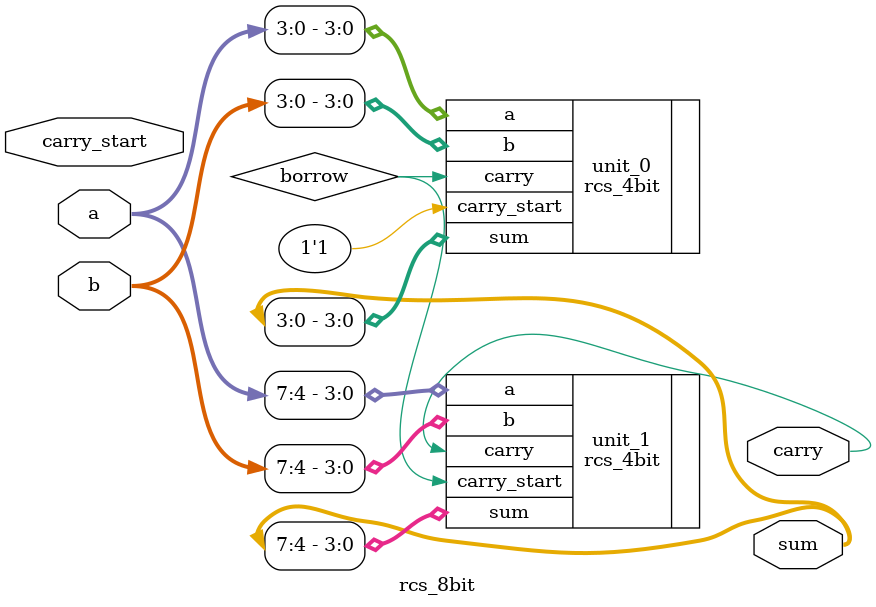
<source format=v>
module rcs_8bit(a, b, sum, carry_start, carry);
    input [7:0] a, b;
    input carry_start;
    output [7:0] sum;
    output carry;

    wire borrow;

    rcs_4bit unit_0(
        .a(a[3:0]),
        .b(b[3:0]),
        .sum(sum[3:0]),
        .carry_start(1'b1),
        .carry(borrow)
    );

    rcs_4bit unit_1(
        .a(a[7:4]),
        .b(b[7:4]),
        .sum(sum[7:4]),
        .carry_start(borrow),
        .carry(carry)
    );
endmodule
</source>
